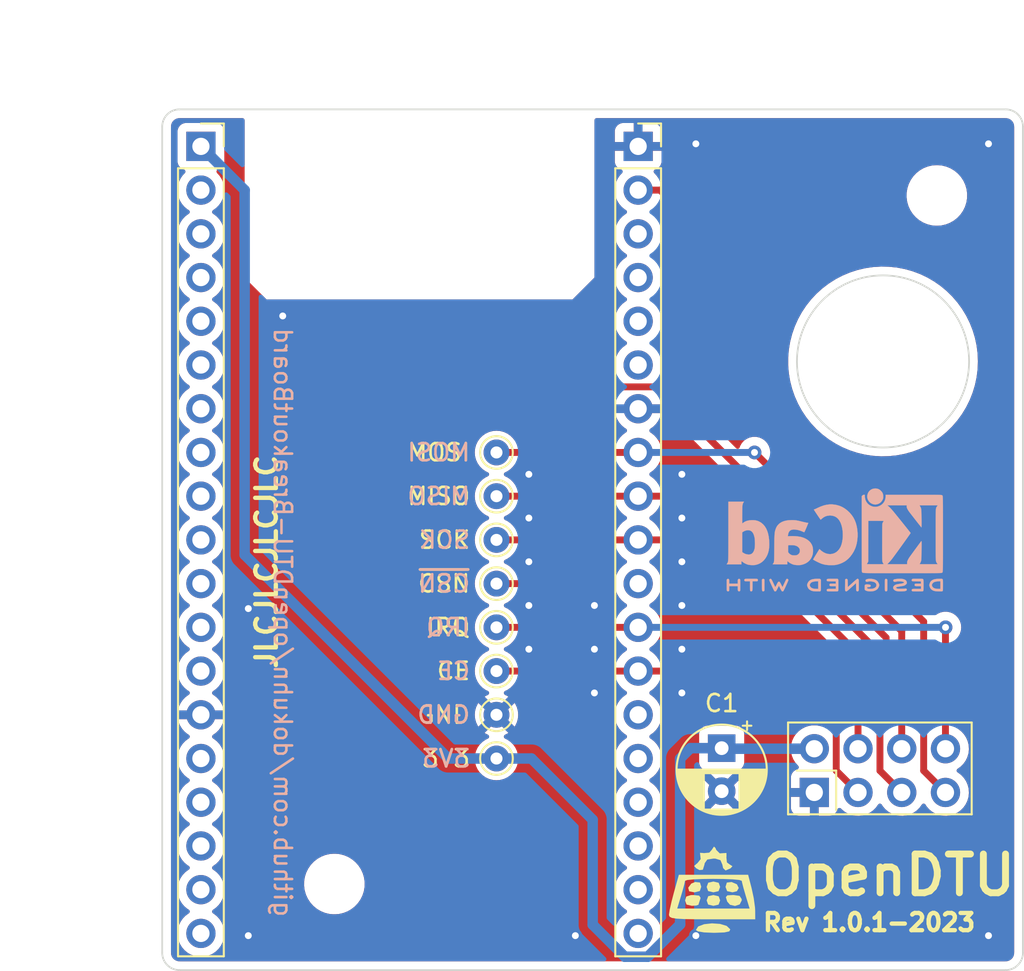
<source format=kicad_pcb>
(kicad_pcb (version 20211014) (generator pcbnew)
  (layers (0 "F.Cu" signal) (31 "B.Cu" signal) (34 "B.Paste" user) (35 "F.Paste" user) (36 "B.SilkS" user "B.Silkscreen") (37 "F.SilkS" user "F.Silkscreen") (38 "B.Mask" user) (39 "F.Mask" user) (44 "Edge.Cuts" user))
  (net 0 "")
  (net 1 "+3.3V")
  (net 14 "GND")
  (net 26 "/CE")
  (net 27 "/IRQ")
  (net 29 "/~{CSN}")
  (net 30 "/SCK")
  (net 31 "/MISO")
  (net 36 "/MOSI")
  (footprint "TestPoint:TestPoint_THTPad_D1.5mm_Drill0.7mm" (layer "F.Cu") (at 139.5975 92.866)
    (fp_text reference "TP2" hide)
    (fp_text value "TestPoint" hide)
    (fp_text user "MISO" (at -3.353333 0 unlocked) (layer "B.SilkS") (effects (justify mirror)))
    (fp_text user "MISO" (at -3.353333 0 unlocked) (layer "F.SilkS"))
    (pad "1" thru_hole circle (at 0 0) (size 1.5 1.5) (drill 0.7) (layers *.Cu *.Mask) (net 31 "/MISO"))
  )
  (footprint "TestPoint:TestPoint_THTPad_D1.5mm_Drill0.7mm" (layer "F.Cu") (at 139.5975 108.106)
    (fp_text reference "TP7" hide)
    (fp_text value "TestPoint" hide)
    (pad "1" thru_hole circle (at 0 0) (size 1.5 1.5) (drill 0.7) (layers *.Cu *.Mask) (net 1 "+3.3V"))
  )
  (footprint "MountingHole:MountingHole_2.5mm" (layer "F.Cu") (at 165.18 75.396)
    (fp_text reference "REF**" hide)
    (fp_text value "MountingHole_2.5mm" hide)
    (pad "" np_thru_hole circle (at 0 0) (size 2.5 2.5) (drill 2.5) (layers *.Cu *.Mask))
  )
  (footprint "TestPoint:TestPoint_THTPad_D1.5mm_Drill0.7mm" (layer "F.Cu") (at 139.5975 95.406)
    (fp_text reference "TP3" hide)
    (fp_text value "TestPoint" hide)
    (fp_text user "SCK" (at -3.02 0 unlocked) (layer "B.SilkS") (effects (justify mirror)))
    (fp_text user "SCK" (at -3.02 0 unlocked) (layer "F.SilkS"))
    (pad "1" thru_hole circle (at 0 0) (size 1.5 1.5) (drill 0.7) (layers *.Cu *.Mask) (net 30 "/SCK"))
  )
  (footprint "TestPoint:TestPoint_THTPad_D1.5mm_Drill0.7mm" (layer "F.Cu") (at 139.5975 90.326)
    (fp_text reference "TP1" hide)
    (fp_text value "TestPoint" hide)
    (fp_text user "MOSI" (at -3.353333 0 unlocked) (layer "B.SilkS") (effects (justify mirror)))
    (fp_text user "MOSI" (at -3.353333 0 unlocked) (layer "F.SilkS"))
    (pad "1" thru_hole circle (at 0 0) (size 1.5 1.5) (drill 0.7) (layers *.Cu *.Mask) (net 36 "/MOSI"))
  )
  (footprint "ESP32-NodeMCU_WROOM_32:ESP32-NodeMCU_WROOM_32" (layer "F.Cu") (at 122.4275 72.546)
    (fp_text reference "U1" hide)
    (fp_text value "ESP32NodeMCU" hide)
    (pad "1" thru_hole rect (at 0 0) (size 1.7 1.7) (drill 1) (layers *.Cu *.Mask) (net 1 "+3.3V"))
    (pad "2" thru_hole oval (at 0 2.54) (size 1.7 1.7) (drill 1) (layers *.Cu *.Mask))
    (pad "3" thru_hole oval (at 0 5.08) (size 1.7 1.7) (drill 1) (layers *.Cu *.Mask))
    (pad "4" thru_hole oval (at 0 7.62) (size 1.7 1.7) (drill 1) (layers *.Cu *.Mask))
    (pad "5" thru_hole oval (at 0 10.16) (size 1.7 1.7) (drill 1) (layers *.Cu *.Mask))
    (pad "6" thru_hole oval (at 0 12.7) (size 1.7 1.7) (drill 1) (layers *.Cu *.Mask))
    (pad "7" thru_hole oval (at 0 15.24) (size 1.7 1.7) (drill 1) (layers *.Cu *.Mask))
    (pad "8" thru_hole oval (at 0 17.78) (size 1.7 1.7) (drill 1) (layers *.Cu *.Mask))
    (pad "9" thru_hole oval (at 0 20.32) (size 1.7 1.7) (drill 1) (layers *.Cu *.Mask))
    (pad "10" thru_hole oval (at 0 22.86) (size 1.7 1.7) (drill 1) (layers *.Cu *.Mask))
    (pad "11" thru_hole oval (at 0 25.4) (size 1.7 1.7) (drill 1) (layers *.Cu *.Mask))
    (pad "12" thru_hole oval (at 0 27.94) (size 1.7 1.7) (drill 1) (layers *.Cu *.Mask))
    (pad "13" thru_hole oval (at 0 30.48) (size 1.7 1.7) (drill 1) (layers *.Cu *.Mask))
    (pad "14" thru_hole oval (at 0 33.02) (size 1.7 1.7) (drill 1) (layers *.Cu *.Mask) (net 14 "GND"))
    (pad "15" thru_hole oval (at 0 35.56) (size 1.7 1.7) (drill 1) (layers *.Cu *.Mask))
    (pad "16" thru_hole oval (at 0 38.1) (size 1.7 1.7) (drill 1) (layers *.Cu *.Mask))
    (pad "17" thru_hole oval (at 0 40.64) (size 1.7 1.7) (drill 1) (layers *.Cu *.Mask))
    (pad "18" thru_hole oval (at 0 43.18) (size 1.7 1.7) (drill 1) (layers *.Cu *.Mask))
    (pad "19" thru_hole oval (at 0 45.72) (size 1.7 1.7) (drill 1) (layers *.Cu *.Mask))
    (pad "20" thru_hole oval (at 25.4 45.72) (size 1.7 1.7) (drill 1) (layers *.Cu *.Mask))
    (pad "21" thru_hole oval (at 25.4 43.18) (size 1.7 1.7) (drill 1) (layers *.Cu *.Mask))
    (pad "22" thru_hole oval (at 25.4 40.64) (size 1.7 1.7) (drill 1) (layers *.Cu *.Mask))
    (pad "23" thru_hole oval (at 25.4 38.1) (size 1.7 1.7) (drill 1) (layers *.Cu *.Mask))
    (pad "24" thru_hole oval (at 25.4 35.56) (size 1.7 1.7) (drill 1) (layers *.Cu *.Mask))
    (pad "25" thru_hole oval (at 25.4 33.02) (size 1.7 1.7) (drill 1) (layers *.Cu *.Mask))
    (pad "26" thru_hole oval (at 25.4 30.48) (size 1.7 1.7) (drill 1) (layers *.Cu *.Mask) (net 26 "/CE"))
    (pad "27" thru_hole oval (at 25.4 27.94) (size 1.7 1.7) (drill 1) (layers *.Cu *.Mask) (net 27 "/IRQ"))
    (pad "28" thru_hole oval (at 25.4 25.4) (size 1.7 1.7) (drill 1) (layers *.Cu *.Mask))
    (pad "29" thru_hole oval (at 25.4 22.86) (size 1.7 1.7) (drill 1) (layers *.Cu *.Mask) (net 29 "/~{CSN}"))
    (pad "30" thru_hole oval (at 25.4 20.32) (size 1.7 1.7) (drill 1) (layers *.Cu *.Mask) (net 30 "/SCK"))
    (pad "31" thru_hole oval (at 25.4 17.78) (size 1.7 1.7) (drill 1) (layers *.Cu *.Mask) (net 31 "/MISO"))
    (pad "32" thru_hole oval (at 25.4 15.24) (size 1.7 1.7) (drill 1) (layers *.Cu *.Mask) (net 14 "GND"))
    (pad "33" thru_hole oval (at 25.4 12.7) (size 1.7 1.7) (drill 1) (layers *.Cu *.Mask))
    (pad "34" thru_hole oval (at 25.4 10.16) (size 1.7 1.7) (drill 1) (layers *.Cu *.Mask))
    (pad "35" thru_hole oval (at 25.4 7.62) (size 1.7 1.7) (drill 1) (layers *.Cu *.Mask))
    (pad "36" thru_hole oval (at 25.4 5.08) (size 1.7 1.7) (drill 1) (layers *.Cu *.Mask))
    (pad "37" thru_hole oval (at 25.4 2.54) (size 1.7 1.7) (drill 1) (layers *.Cu *.Mask) (net 36 "/MOSI"))
    (pad "38" thru_hole rect (at 25.4 0) (size 1.7 1.7) (drill 1) (layers *.Cu *.Mask) (net 14 "GND"))
  )
  (footprint "OpenDTU_logo:OpenDTU" (layer "F.Cu") (at 152.1206 115.7224)
    (fp_text reference "G***" hide)
    (fp_text value "LOGO" hide)
  )
  (footprint "Capacitor_THT:CP_Radial_D5.0mm_P2.50mm" (layer "F.Cu") (at 152.6794 107.504221 -90)
    (fp_text reference "C1" (at -2.608221 -0.0006) (layer "F.SilkS"))
    (fp_text value "10uF" hide)
    (pad "1" thru_hole rect (at 0 0 270) (size 1.6 1.6) (drill 0.8) (layers *.Cu *.Mask) (net 1 "+3.3V"))
    (pad "2" thru_hole circle (at 2.5 0 270) (size 1.6 1.6) (drill 0.8) (layers *.Cu *.Mask) (net 14 "GND"))
  )
  (footprint "TestPoint:TestPoint_THTPad_D1.5mm_Drill0.7mm" (layer "F.Cu") (at 139.5975 100.486)
    (fp_text reference "TP5" hide)
    (fp_text value "TestPoint" hide)
    (fp_text user "IRQ" (at -2.805714 0 unlocked) (layer "B.SilkS") (effects (justify mirror)))
    (fp_text user "IRQ" (at -2.805714 0 unlocked) (layer "F.SilkS"))
    (pad "1" thru_hole circle (at 0 0) (size 1.5 1.5) (drill 0.7) (layers *.Cu *.Mask) (net 27 "/IRQ"))
  )
  (footprint "TestPoint:TestPoint_THTPad_D1.5mm_Drill0.7mm" (layer "F.Cu") (at 139.5975 103.026)
    (fp_text reference "TP6" hide)
    (fp_text value "TestPoint" hide)
    (fp_text user "GND" (at -3.067619 2.54 unlocked) (layer "B.SilkS") (effects (justify mirror)))
    (fp_text user "CE" (at -2.49619 0 unlocked) (layer "B.SilkS") (effects (justify mirror)))
    (fp_text user "3V3" (at -2.924762 5.08 unlocked) (layer "B.SilkS") (effects (justify mirror)))
    (fp_text user "GND" (at -3.067619 2.54 unlocked) (layer "F.SilkS"))
    (fp_text user "CE" (at -2.49619 0 unlocked) (layer "F.SilkS"))
    (fp_text user "3V3" (at -2.924762 5.08 unlocked) (layer "F.SilkS"))
    (pad "1" thru_hole circle (at 0 0) (size 1.5 1.5) (drill 0.7) (layers *.Cu *.Mask) (net 26 "/CE"))
  )
  (footprint "nRF24L01+PA+LNA_Breakout:nRF24L01+PA+LNA_Breakout" (layer "F.Cu") (at 158.06 110.077 90)
    (fp_text reference "U2" hide)
    (fp_text value "NRF24L01+PA+LNA_Breakout" hide)
    (pad "1" thru_hole rect (at 0 0 90) (size 1.7 1.7) (drill 1) (layers *.Cu *.Mask) (net 14 "GND"))
    (pad "2" thru_hole circle (at 2.54 0 90) (size 1.7 1.7) (drill 1) (layers *.Cu *.Mask) (net 1 "+3.3V"))
    (pad "3" thru_hole circle (at 0 2.54 90) (size 1.7 1.7) (drill 1) (layers *.Cu *.Mask) (net 26 "/CE"))
    (pad "4" thru_hole circle (at 2.54 2.54 90) (size 1.7 1.7) (drill 1) (layers *.Cu *.Mask) (net 29 "/~{CSN}"))
    (pad "5" thru_hole circle (at 0 5.08 90) (size 1.7 1.7) (drill 1) (layers *.Cu *.Mask) (net 30 "/SCK"))
    (pad "6" thru_hole circle (at 2.54 5.08 90) (size 1.7 1.7) (drill 1) (layers *.Cu *.Mask) (net 36 "/MOSI"))
    (pad "7" thru_hole circle (at 0 7.62 90) (size 1.7 1.7) (drill 1) (layers *.Cu *.Mask) (net 31 "/MISO"))
    (pad "8" thru_hole circle (at 2.54 7.62 90) (size 1.7 1.7) (drill 1) (layers *.Cu *.Mask) (net 27 "/IRQ"))
  )
  (footprint "TestPoint:TestPoint_THTPad_D1.5mm_Drill0.7mm" (layer "F.Cu") (at 139.5975 105.566)
    (fp_text reference "TP8" hide)
    (fp_text value "TestPoint" hide)
    (pad "1" thru_hole circle (at 0 0) (size 1.5 1.5) (drill 0.7) (layers *.Cu *.Mask) (net 14 "GND"))
  )
  (footprint "MountingHole:MountingHole_2.5mm" (layer "F.Cu") (at 130.18 115.396)
    (fp_text reference "REF**" hide)
    (fp_text value "MountingHole_2.5mm" hide)
    (pad "" np_thru_hole circle (at 0 0) (size 2.5 2.5) (drill 2.5) (layers *.Cu *.Mask))
  )
  (footprint "TestPoint:TestPoint_THTPad_D1.5mm_Drill0.7mm" (layer "F.Cu") (at 139.5975 97.946)
    (fp_text reference "TP4" hide)
    (fp_text value "TestPoint" hide)
    (fp_text user "~{CSN}" (at -3.043809 0 unlocked) (layer "B.SilkS") (effects (justify mirror)))
    (fp_text user "~{CSN}" (at -3.043809 0 unlocked) (layer "F.SilkS"))
    (pad "1" thru_hole circle (at 0 0) (size 1.5 1.5) (drill 0.7) (layers *.Cu *.Mask) (net 29 "/~{CSN}"))
  )
  (footprint "Symbol:KiCad-Logo2_5mm_SilkScreen" (layer "B.Cu") (at 159.258 95.396 180)
    (fp_text reference "REF**" hide)
    (fp_text value "KiCad-Logo2_5mm_SilkScreen" hide)
  )
  (gr_arc (start 120.18 71.396) (mid 120.472893 70.688893) (end 121.18 70.396) (layer "Edge.Cuts") (width 0.1))
  (gr_circle (center 162.052 85.0392) (end 167.052 85.0392) (layer "Edge.Cuts") (width 0.1) (fill none))
  (gr_line (start 170.18 71.396) (end 170.18 119.396) (layer "Edge.Cuts") (width 0.1))
  (gr_line (start 120.18 119.396) (end 120.18 71.396) (layer "Edge.Cuts") (width 0.1))
  (gr_line (start 121.18 70.396) (end 169.18 70.396) (layer "Edge.Cuts") (width 0.1))
  (gr_line (start 169.18 120.396) (end 121.18 120.396) (layer "Edge.Cuts") (width 0.1))
  (gr_arc (start 170.18 119.396) (mid 169.887107 120.103107) (end 169.18 120.396) (layer "Edge.Cuts") (width 0.1))
  (gr_arc (start 169.18 70.396) (mid 169.887107 70.688893) (end 170.18 71.396) (layer "Edge.Cuts") (width 0.1))
  (gr_arc (start 121.18 120.396) (mid 120.472893 120.103107) (end 120.18 119.396) (layer "Edge.Cuts") (width 0.1))
  (gr_text "github.com/dokuhn/openDTU-BreakoutBoard" (at 127.18 117.396 -90) (layer "B.SilkS") (effects (font (size 1 1)) (justify left mirror)))
  (gr_text "Rev 1.0.1-2023\n" (at 154.9654 117.6274) (layer "F.SilkS") (effects (font (size 1 1) (thickness 0.25)) (justify left)))
  (gr_text "OpenDTU" (at 154.7622 114.8842) (layer "F.SilkS") (effects (font (size 2.25 2.25) (thickness 0.4)) (justify left)))
  (gr_text "JLCJLCJLCJLC" (at 126.2375 96.676 90) (layer "F.SilkS") (effects (font (size 1.2 1.2) (thickness 0.25))))
  (segment (start 124.9675 75.086) (end 124.9675 96.27) (width 0.6096) (layer "B.Cu") (net 1))
  (segment (start 152.712179 107.537) (end 152.6794 107.504221) (width 0.6096) (layer "B.Cu") (net 1))
  (segment (start 147.0483 119.6208) (end 145.1855 117.758) (width 0.6096) (layer "B.Cu") (net 1))
  (segment (start 124.9675 96.27) (end 136.8035 108.106) (width 0.6096) (layer "B.Cu") (net 1))
  (segment (start 158.06 107.537) (end 152.712179 107.537) (width 0.6096) (layer "B.Cu") (net 1))
  (segment (start 148.388677 119.6208) (end 147.0483 119.6208) (width 0.6096) (layer "B.Cu") (net 1))
  (segment (start 145.1855 111.662) (end 141.6295 108.106) (width 0.6096) (layer "B.Cu") (net 1))
  (segment (start 150.2655 117.743977) (end 148.388677 119.6208) (width 0.6096) (layer "B.Cu") (net 1))
  (segment (start 136.8035 108.106) (end 139.5975 108.106) (width 0.6096) (layer "B.Cu") (net 1))
  (segment (start 152.6794 107.504221) (end 150.867279 107.504221) (width 0.6096) (layer "B.Cu") (net 1))
  (segment (start 145.1855 117.758) (end 145.1855 111.662) (width 0.6096) (layer "B.Cu") (net 1))
  (segment (start 124.9675 75.086) (end 122.4275 72.546) (width 0.6096) (layer "B.Cu") (net 1))
  (segment (start 150.867279 107.504221) (end 150.2655 108.106) (width 0.6096) (layer "B.Cu") (net 1))
  (segment (start 141.6295 108.106) (end 139.5975 108.106) (width 0.6096) (layer "B.Cu") (net 1))
  (segment (start 150.2655 108.106) (end 150.2655 117.743977) (width 0.6096) (layer "B.Cu") (net 1))
  (via (at 150.3675 99.216) (size 0.8) (drill 0.4) (layers "F.Cu" "B.Cu") (net 14))
  (via (at 168.18 118.396) (size 0.8) (drill 0.4) (layers "F.Cu" "B.Cu") (net 14))
  (via (at 150.3675 91.596) (size 0.8) (drill 0.4) (layers "F.Cu" "B.Cu") (net 14))
  (via (at 150.3675 94.136) (size 0.8) (drill 0.4) (layers "F.Cu" "B.Cu") (net 14))
  (via (at 144.18 118.396) (size 0.8) (drill 0.4) (layers "F.Cu" "B.Cu") (net 14))
  (via (at 141.4775 101.756) (size 0.8) (drill 0.4) (layers "F.Cu" "B.Cu") (net 14))
  (via (at 145.2875 101.756) (size 0.8) (drill 0.4) (layers "F.Cu" "B.Cu") (net 14))
  (via (at 125.18 118.396) (size 0.8) (drill 0.4) (layers "F.Cu" "B.Cu") (net 14))
  (via (at 150.3675 101.756) (size 0.8) (drill 0.4) (layers "F.Cu" "B.Cu") (net 14))
  (via (at 150.3675 104.296) (size 0.8) (drill 0.4) (layers "F.Cu" "B.Cu") (net 14))
  (via (at 145.2875 99.216) (size 0.8) (drill 0.4) (layers "F.Cu" "B.Cu") (net 14))
  (via (at 151.18 118.396) (size 0.8) (drill 0.4) (layers "F.Cu" "B.Cu") (net 14))
  (via (at 151.18 72.396) (size 0.8) (drill 0.4) (layers "F.Cu" "B.Cu") (net 14))
  (via (at 125.18 99.396) (size 0.8) (drill 0.4) (layers "F.Cu" "B.Cu") (net 14))
  (via (at 145.2875 104.296) (size 0.8) (drill 0.4) (layers "F.Cu" "B.Cu") (net 14))
  (via (at 127.18 82.396) (size 0.8) (drill 0.4) (layers "F.Cu" "B.Cu") (net 14))
  (via (at 150.3675 96.676) (size 0.8) (drill 0.4) (layers "F.Cu" "B.Cu") (net 14))
  (via (at 141.4775 94.136) (size 0.8) (drill 0.4) (layers "F.Cu" "B.Cu") (net 14))
  (via (at 141.4775 91.596) (size 0.8) (drill 0.4) (layers "F.Cu" "B.Cu") (net 14))
  (via (at 141.4775 96.676) (size 0.8) (drill 0.4) (layers "F.Cu" "B.Cu") (net 14))
  (via (at 141.4775 99.216) (size 0.8) (drill 0.4) (layers "F.Cu" "B.Cu") (net 14))
  (via (at 168.18 72.396) (size 0.8) (drill 0.4) (layers "F.Cu" "B.Cu") (net 14))
  (segment (start 159.3342 108.8112) (end 159.3342 104.3432) (width 0.4) (layer "F.Cu") (net 26))
  (segment (start 159.3342 104.3432) (end 158.017 103.026) (width 0.4) (layer "F.Cu") (net 26))
  (segment (start 147.487 103.251) (end 147.519 103.219) (width 0.4) (layer "F.Cu") (net 26))
  (segment (start 160.6 110.077) (end 159.3342 108.8112) (width 0.4) (layer "F.Cu") (net 26))
  (segment (start 147.8275 103.026) (end 139.5975 103.026) (width 0.4) (layer "F.Cu") (net 26))
  (segment (start 158.017 103.026) (end 147.8275 103.026) (width 0.4) (layer "F.Cu") (net 26))
  (segment (start 165.68 100.4902) (end 165.6842 100.486) (width 0.25) (layer "F.Cu") (net 27))
  (segment (start 165.68 102.036) (end 165.68 107.537) (width 0.4) (layer "F.Cu") (net 27))
  (segment (start 147.8275 100.486) (end 139.5975 100.486) (width 0.4) (layer "F.Cu") (net 27))
  (segment (start 165.6842 102.0318) (end 165.68 102.036) (width 0.25) (layer "F.Cu") (net 27))
  (segment (start 147.487 100.711) (end 147.519 100.679) (width 0.4) (layer "F.Cu") (net 27))
  (segment (start 165.68 102.036) (end 165.68 100.4902) (width 0.4) (layer "F.Cu") (net 27))
  (via (at 165.6842 100.486) (size 0.8) (drill 0.4) (layers "F.Cu" "B.Cu") (net 27))
  (segment (start 165.6842 100.486) (end 147.8275 100.486) (width 0.4) (layer "B.Cu") (net 27))
  (segment (start 142.7475 97.946) (end 145.2875 95.406) (width 0.4) (layer "F.Cu") (net 29))
  (segment (start 160.6 107.537) (end 160.6 102.0276) (width 0.4) (layer "F.Cu") (net 29))
  (segment (start 153.9784 95.406) (end 147.8275 95.406) (width 0.4) (layer "F.Cu") (net 29))
  (segment (start 160.6 102.0276) (end 153.9784 95.406) (width 0.4) (layer "F.Cu") (net 29))
  (segment (start 145.2875 95.406) (end 147.8275 95.406) (width 0.4) (layer "F.Cu") (net 29))
  (segment (start 139.5975 97.946) (end 142.7475 97.946) (width 0.4) (layer "F.Cu") (net 29))
  (segment (start 161.8742 102.0064) (end 152.7338 92.866) (width 0.4) (layer "F.Cu") (net 30))
  (segment (start 139.5975 95.406) (end 142.7475 95.406) (width 0.4) (layer "F.Cu") (net 30))
  (segment (start 152.7338 92.866) (end 147.8275 92.866) (width 0.4) (layer "F.Cu") (net 30))
  (segment (start 142.7475 95.406) (end 145.2875 92.866) (width 0.4) (layer "F.Cu") (net 30))
  (segment (start 145.2875 92.866) (end 147.8275 92.866) (width 0.4) (layer "F.Cu") (net 30))
  (segment (start 161.8742 106.0196) (end 161.8742 108.8112) (width 0.4) (layer "F.Cu") (net 30))
  (segment (start 161.8742 108.8112) (end 163.14 110.077) (width 0.4) (layer "F.Cu") (net 30))
  (segment (start 161.8742 105.9688) (end 161.8742 102.0064) (width 0.4) (layer "F.Cu") (net 30))
  (segment (start 164.4142 108.8112) (end 164.4142 100.1527) (width 0.4) (layer "F.Cu") (net 31))
  (segment (start 139.5975 92.866) (end 142.7475 92.866) (width 0.4) (layer "F.Cu") (net 31))
  (segment (start 145.2875 90.326) (end 147.8275 90.326) (width 0.4) (layer "F.Cu") (net 31))
  (segment (start 142.7475 92.866) (end 145.2875 90.326) (width 0.4) (layer "F.Cu") (net 31))
  (segment (start 165.68 110.077) (end 164.4142 108.8112) (width 0.4) (layer "F.Cu") (net 31))
  (segment (start 164.4142 100.1527) (end 154.5875 90.326) (width 0.4) (layer "F.Cu") (net 31))
  (segment (start 154.67485 90.46365) (end 154.5372 90.326) (width 0.4) (layer "F.Cu") (net 31))
  (via (at 154.5875 90.326) (size 0.8) (drill 0.4) (layers "F.Cu" "B.Cu") (net 31))
  (segment (start 147.8275 90.326) (end 154.5875 90.326) (width 0.4) (layer "B.Cu") (net 31))
  (segment (start 150.3675 87.9343) (end 150.3675 86.516) (width 0.4) (layer "F.Cu") (net 36))
  (segment (start 163.14 100.7068) (end 150.3675 87.9343) (width 0.4) (layer "F.Cu") (net 36))
  (segment (start 146.5575 86.516) (end 150.3675 86.516) (width 0.4) (layer "F.Cu") (net 36))
  (segment (start 163.14 107.537) (end 163.14 100.7068) (width 0.4) (layer "F.Cu") (net 36))
  (segment (start 150.3675 76.356) (end 149.0975 75.086) (width 0.4) (layer "F.Cu") (net 36))
  (segment (start 149.0975 75.086) (end 147.8275 75.086) (width 0.4) (layer "F.Cu") (net 36))
  (segment (start 139.5975 90.326) (end 142.7475 90.326) (width 0.4) (layer "F.Cu") (net 36))
  (segment (start 150.3675 86.516) (end 150.3675 76.356) (width 0.4) (layer "F.Cu") (net 36))
  (segment (start 142.7475 90.326) (end 146.5575 86.516) (width 0.4) (layer "F.Cu") (net 36))
  (zone (net 14) (net_name "GND") (layers F&B.Cu) (connect_pads (clearance 0.508)) (min_thickness 0.254) (fill yes (thermal_gap 0.508) (thermal_bridge_width 0.508))
    (polygon (pts (xy 170.18 120.396) (xy 120.1928 120.396) (xy 120.1928 70.4088) (xy 170.1546 70.4088)))
  )
  (zone (net 0) (net_name "") (layers F&B.Cu) (name "ESP32 WiFi ") (connect_pads (clearance 0)) (min_thickness 0.254)
    (keepout (tracks allowed) (vias allowed) (pads allowed) (copperpour not_allowed) (footprints allowed))
    (fill (thermal_gap 0.508) (thermal_bridge_width 0.508))
    (polygon (pts (xy 145.2875 80.166) (xy 144.6525 80.801) (xy 144.0175 81.436) (xy 135.1275 81.436) (xy 126.2375 81.436) (xy 125.6025 80.801) (xy 124.9675 80.166) (xy 124.9675 75.721) (xy 124.9675 70.006) (xy 145.2875 70.006)))
  )
)
</source>
